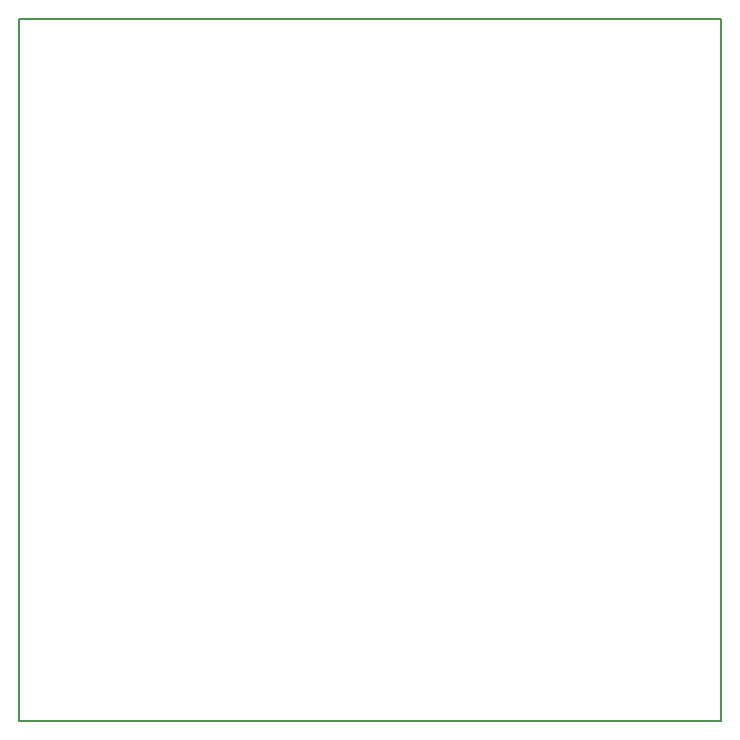
<source format=gbr>
G04 #@! TF.FileFunction,Profile,NP*
%FSLAX46Y46*%
G04 Gerber Fmt 4.6, Leading zero omitted, Abs format (unit mm)*
G04 Created by KiCad (PCBNEW 4.0.7) date Thursday, April 11, 2019 'PMt' 06:08:24 PM*
%MOMM*%
%LPD*%
G01*
G04 APERTURE LIST*
%ADD10C,0.100000*%
%ADD11C,0.150000*%
G04 APERTURE END LIST*
D10*
D11*
X103750000Y-127250000D02*
X103750000Y-67750000D01*
X163250000Y-127250000D02*
X103750000Y-127250000D01*
X163250000Y-67750000D02*
X163250000Y-127250000D01*
X103750000Y-67750000D02*
X163250000Y-67750000D01*
M02*

</source>
